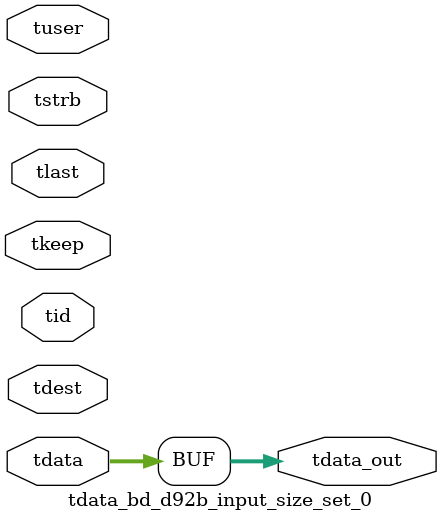
<source format=v>


`timescale 1ps/1ps

module tdata_bd_d92b_input_size_set_0 #
(
parameter C_S_AXIS_TDATA_WIDTH = 32,
parameter C_S_AXIS_TUSER_WIDTH = 0,
parameter C_S_AXIS_TID_WIDTH   = 0,
parameter C_S_AXIS_TDEST_WIDTH = 0,
parameter C_M_AXIS_TDATA_WIDTH = 32
)
(
input  [(C_S_AXIS_TDATA_WIDTH == 0 ? 1 : C_S_AXIS_TDATA_WIDTH)-1:0     ] tdata,
input  [(C_S_AXIS_TUSER_WIDTH == 0 ? 1 : C_S_AXIS_TUSER_WIDTH)-1:0     ] tuser,
input  [(C_S_AXIS_TID_WIDTH   == 0 ? 1 : C_S_AXIS_TID_WIDTH)-1:0       ] tid,
input  [(C_S_AXIS_TDEST_WIDTH == 0 ? 1 : C_S_AXIS_TDEST_WIDTH)-1:0     ] tdest,
input  [(C_S_AXIS_TDATA_WIDTH/8)-1:0 ] tkeep,
input  [(C_S_AXIS_TDATA_WIDTH/8)-1:0 ] tstrb,
input                                                                    tlast,
output [C_M_AXIS_TDATA_WIDTH-1:0] tdata_out
);

assign tdata_out = {tdata[63:0]};

endmodule


</source>
